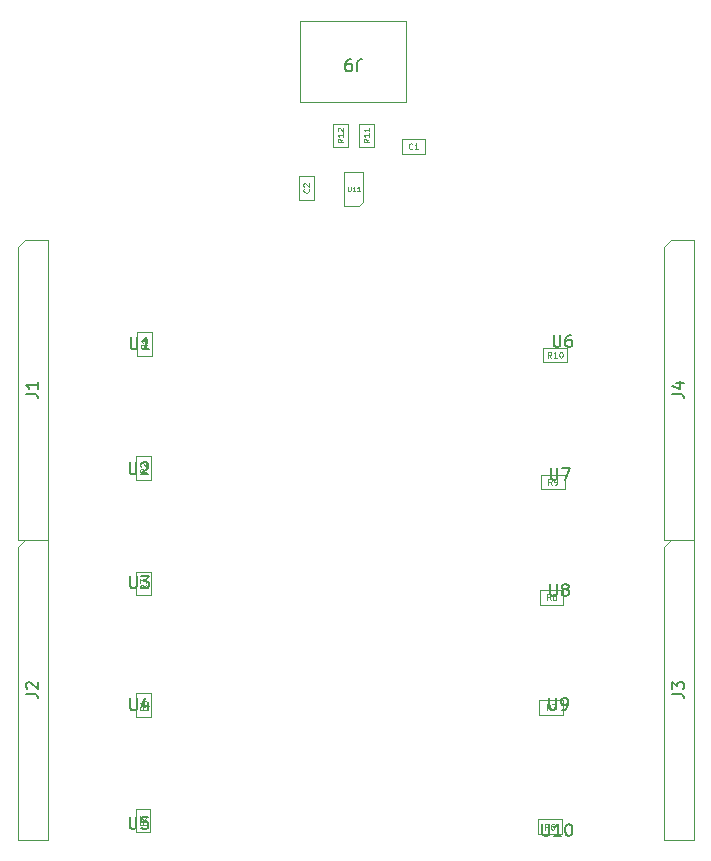
<source format=gbr>
G04 #@! TF.GenerationSoftware,KiCad,Pcbnew,8.0.1*
G04 #@! TF.CreationDate,2025-01-27T18:08:07-06:00*
G04 #@! TF.ProjectId,level-shifter,6c657665-6c2d-4736-9869-667465722e6b,rev?*
G04 #@! TF.SameCoordinates,Original*
G04 #@! TF.FileFunction,AssemblyDrawing,Top*
%FSLAX46Y46*%
G04 Gerber Fmt 4.6, Leading zero omitted, Abs format (unit mm)*
G04 Created by KiCad (PCBNEW 8.0.1) date 2025-01-27 18:08:07*
%MOMM*%
%LPD*%
G01*
G04 APERTURE LIST*
%ADD10C,0.150000*%
%ADD11C,0.080000*%
%ADD12C,0.060000*%
%ADD13C,0.100000*%
G04 APERTURE END LIST*
D10*
X174854819Y-103238333D02*
X175569104Y-103238333D01*
X175569104Y-103238333D02*
X175711961Y-103285952D01*
X175711961Y-103285952D02*
X175807200Y-103381190D01*
X175807200Y-103381190D02*
X175854819Y-103524047D01*
X175854819Y-103524047D02*
X175854819Y-103619285D01*
X174854819Y-102857380D02*
X174854819Y-102238333D01*
X174854819Y-102238333D02*
X175235771Y-102571666D01*
X175235771Y-102571666D02*
X175235771Y-102428809D01*
X175235771Y-102428809D02*
X175283390Y-102333571D01*
X175283390Y-102333571D02*
X175331009Y-102285952D01*
X175331009Y-102285952D02*
X175426247Y-102238333D01*
X175426247Y-102238333D02*
X175664342Y-102238333D01*
X175664342Y-102238333D02*
X175759580Y-102285952D01*
X175759580Y-102285952D02*
X175807200Y-102333571D01*
X175807200Y-102333571D02*
X175854819Y-102428809D01*
X175854819Y-102428809D02*
X175854819Y-102714523D01*
X175854819Y-102714523D02*
X175807200Y-102809761D01*
X175807200Y-102809761D02*
X175759580Y-102857380D01*
D11*
X130327149Y-84183333D02*
X130089054Y-84349999D01*
X130327149Y-84469047D02*
X129827149Y-84469047D01*
X129827149Y-84469047D02*
X129827149Y-84278571D01*
X129827149Y-84278571D02*
X129850959Y-84230952D01*
X129850959Y-84230952D02*
X129874768Y-84207142D01*
X129874768Y-84207142D02*
X129922387Y-84183333D01*
X129922387Y-84183333D02*
X129993816Y-84183333D01*
X129993816Y-84183333D02*
X130041435Y-84207142D01*
X130041435Y-84207142D02*
X130065244Y-84230952D01*
X130065244Y-84230952D02*
X130089054Y-84278571D01*
X130089054Y-84278571D02*
X130089054Y-84469047D01*
X129874768Y-83992856D02*
X129850959Y-83969047D01*
X129850959Y-83969047D02*
X129827149Y-83921428D01*
X129827149Y-83921428D02*
X129827149Y-83802380D01*
X129827149Y-83802380D02*
X129850959Y-83754761D01*
X129850959Y-83754761D02*
X129874768Y-83730952D01*
X129874768Y-83730952D02*
X129922387Y-83707142D01*
X129922387Y-83707142D02*
X129970006Y-83707142D01*
X129970006Y-83707142D02*
X130041435Y-83730952D01*
X130041435Y-83730952D02*
X130327149Y-84016666D01*
X130327149Y-84016666D02*
X130327149Y-83707142D01*
D10*
X128981695Y-103620019D02*
X128981695Y-104429542D01*
X128981695Y-104429542D02*
X129029314Y-104524780D01*
X129029314Y-104524780D02*
X129076933Y-104572400D01*
X129076933Y-104572400D02*
X129172171Y-104620019D01*
X129172171Y-104620019D02*
X129362647Y-104620019D01*
X129362647Y-104620019D02*
X129457885Y-104572400D01*
X129457885Y-104572400D02*
X129505504Y-104524780D01*
X129505504Y-104524780D02*
X129553123Y-104429542D01*
X129553123Y-104429542D02*
X129553123Y-103620019D01*
X130457885Y-103953352D02*
X130457885Y-104620019D01*
X130219790Y-103572400D02*
X129981695Y-104286685D01*
X129981695Y-104286685D02*
X130600742Y-104286685D01*
D11*
X164666666Y-85527149D02*
X164500000Y-85289054D01*
X164380952Y-85527149D02*
X164380952Y-85027149D01*
X164380952Y-85027149D02*
X164571428Y-85027149D01*
X164571428Y-85027149D02*
X164619047Y-85050959D01*
X164619047Y-85050959D02*
X164642857Y-85074768D01*
X164642857Y-85074768D02*
X164666666Y-85122387D01*
X164666666Y-85122387D02*
X164666666Y-85193816D01*
X164666666Y-85193816D02*
X164642857Y-85241435D01*
X164642857Y-85241435D02*
X164619047Y-85265244D01*
X164619047Y-85265244D02*
X164571428Y-85289054D01*
X164571428Y-85289054D02*
X164380952Y-85289054D01*
X164904762Y-85527149D02*
X165000000Y-85527149D01*
X165000000Y-85527149D02*
X165047619Y-85503340D01*
X165047619Y-85503340D02*
X165071428Y-85479530D01*
X165071428Y-85479530D02*
X165119047Y-85408101D01*
X165119047Y-85408101D02*
X165142857Y-85312863D01*
X165142857Y-85312863D02*
X165142857Y-85122387D01*
X165142857Y-85122387D02*
X165119047Y-85074768D01*
X165119047Y-85074768D02*
X165095238Y-85050959D01*
X165095238Y-85050959D02*
X165047619Y-85027149D01*
X165047619Y-85027149D02*
X164952381Y-85027149D01*
X164952381Y-85027149D02*
X164904762Y-85050959D01*
X164904762Y-85050959D02*
X164880952Y-85074768D01*
X164880952Y-85074768D02*
X164857143Y-85122387D01*
X164857143Y-85122387D02*
X164857143Y-85241435D01*
X164857143Y-85241435D02*
X164880952Y-85289054D01*
X164880952Y-85289054D02*
X164904762Y-85312863D01*
X164904762Y-85312863D02*
X164952381Y-85336673D01*
X164952381Y-85336673D02*
X165047619Y-85336673D01*
X165047619Y-85336673D02*
X165095238Y-85312863D01*
X165095238Y-85312863D02*
X165119047Y-85289054D01*
X165119047Y-85289054D02*
X165142857Y-85241435D01*
D10*
X174854819Y-77838333D02*
X175569104Y-77838333D01*
X175569104Y-77838333D02*
X175711961Y-77885952D01*
X175711961Y-77885952D02*
X175807200Y-77981190D01*
X175807200Y-77981190D02*
X175854819Y-78124047D01*
X175854819Y-78124047D02*
X175854819Y-78219285D01*
X175188152Y-76933571D02*
X175854819Y-76933571D01*
X174807200Y-77171666D02*
X175521485Y-77409761D01*
X175521485Y-77409761D02*
X175521485Y-76790714D01*
X164815895Y-72863819D02*
X164815895Y-73673342D01*
X164815895Y-73673342D02*
X164863514Y-73768580D01*
X164863514Y-73768580D02*
X164911133Y-73816200D01*
X164911133Y-73816200D02*
X165006371Y-73863819D01*
X165006371Y-73863819D02*
X165196847Y-73863819D01*
X165196847Y-73863819D02*
X165292085Y-73816200D01*
X165292085Y-73816200D02*
X165339704Y-73768580D01*
X165339704Y-73768580D02*
X165387323Y-73673342D01*
X165387323Y-73673342D02*
X165387323Y-72863819D01*
X166292085Y-72863819D02*
X166101609Y-72863819D01*
X166101609Y-72863819D02*
X166006371Y-72911438D01*
X166006371Y-72911438D02*
X165958752Y-72959057D01*
X165958752Y-72959057D02*
X165863514Y-73101914D01*
X165863514Y-73101914D02*
X165815895Y-73292390D01*
X165815895Y-73292390D02*
X165815895Y-73673342D01*
X165815895Y-73673342D02*
X165863514Y-73768580D01*
X165863514Y-73768580D02*
X165911133Y-73816200D01*
X165911133Y-73816200D02*
X166006371Y-73863819D01*
X166006371Y-73863819D02*
X166196847Y-73863819D01*
X166196847Y-73863819D02*
X166292085Y-73816200D01*
X166292085Y-73816200D02*
X166339704Y-73768580D01*
X166339704Y-73768580D02*
X166387323Y-73673342D01*
X166387323Y-73673342D02*
X166387323Y-73435247D01*
X166387323Y-73435247D02*
X166339704Y-73340009D01*
X166339704Y-73340009D02*
X166292085Y-73292390D01*
X166292085Y-73292390D02*
X166196847Y-73244771D01*
X166196847Y-73244771D02*
X166006371Y-73244771D01*
X166006371Y-73244771D02*
X165911133Y-73292390D01*
X165911133Y-73292390D02*
X165863514Y-73340009D01*
X165863514Y-73340009D02*
X165815895Y-73435247D01*
D11*
X164516666Y-104627149D02*
X164350000Y-104389054D01*
X164230952Y-104627149D02*
X164230952Y-104127149D01*
X164230952Y-104127149D02*
X164421428Y-104127149D01*
X164421428Y-104127149D02*
X164469047Y-104150959D01*
X164469047Y-104150959D02*
X164492857Y-104174768D01*
X164492857Y-104174768D02*
X164516666Y-104222387D01*
X164516666Y-104222387D02*
X164516666Y-104293816D01*
X164516666Y-104293816D02*
X164492857Y-104341435D01*
X164492857Y-104341435D02*
X164469047Y-104365244D01*
X164469047Y-104365244D02*
X164421428Y-104389054D01*
X164421428Y-104389054D02*
X164230952Y-104389054D01*
X164683333Y-104127149D02*
X165016666Y-104127149D01*
X165016666Y-104127149D02*
X164802381Y-104627149D01*
X144079530Y-60483333D02*
X144103340Y-60507142D01*
X144103340Y-60507142D02*
X144127149Y-60578571D01*
X144127149Y-60578571D02*
X144127149Y-60626190D01*
X144127149Y-60626190D02*
X144103340Y-60697618D01*
X144103340Y-60697618D02*
X144055720Y-60745237D01*
X144055720Y-60745237D02*
X144008101Y-60769047D01*
X144008101Y-60769047D02*
X143912863Y-60792856D01*
X143912863Y-60792856D02*
X143841435Y-60792856D01*
X143841435Y-60792856D02*
X143746197Y-60769047D01*
X143746197Y-60769047D02*
X143698578Y-60745237D01*
X143698578Y-60745237D02*
X143650959Y-60697618D01*
X143650959Y-60697618D02*
X143627149Y-60626190D01*
X143627149Y-60626190D02*
X143627149Y-60578571D01*
X143627149Y-60578571D02*
X143650959Y-60507142D01*
X143650959Y-60507142D02*
X143674768Y-60483333D01*
X143674768Y-60292856D02*
X143650959Y-60269047D01*
X143650959Y-60269047D02*
X143627149Y-60221428D01*
X143627149Y-60221428D02*
X143627149Y-60102380D01*
X143627149Y-60102380D02*
X143650959Y-60054761D01*
X143650959Y-60054761D02*
X143674768Y-60030952D01*
X143674768Y-60030952D02*
X143722387Y-60007142D01*
X143722387Y-60007142D02*
X143770006Y-60007142D01*
X143770006Y-60007142D02*
X143841435Y-60030952D01*
X143841435Y-60030952D02*
X144127149Y-60316666D01*
X144127149Y-60316666D02*
X144127149Y-60007142D01*
D12*
X147404762Y-60294427D02*
X147404762Y-60618237D01*
X147404762Y-60618237D02*
X147423809Y-60656332D01*
X147423809Y-60656332D02*
X147442857Y-60675380D01*
X147442857Y-60675380D02*
X147480952Y-60694427D01*
X147480952Y-60694427D02*
X147557143Y-60694427D01*
X147557143Y-60694427D02*
X147595238Y-60675380D01*
X147595238Y-60675380D02*
X147614285Y-60656332D01*
X147614285Y-60656332D02*
X147633333Y-60618237D01*
X147633333Y-60618237D02*
X147633333Y-60294427D01*
X148033333Y-60694427D02*
X147804762Y-60694427D01*
X147919048Y-60694427D02*
X147919048Y-60294427D01*
X147919048Y-60294427D02*
X147880952Y-60351570D01*
X147880952Y-60351570D02*
X147842857Y-60389665D01*
X147842857Y-60389665D02*
X147804762Y-60408713D01*
X148414285Y-60694427D02*
X148185714Y-60694427D01*
X148300000Y-60694427D02*
X148300000Y-60294427D01*
X148300000Y-60294427D02*
X148261904Y-60351570D01*
X148261904Y-60351570D02*
X148223809Y-60389665D01*
X148223809Y-60389665D02*
X148185714Y-60408713D01*
D10*
X120154819Y-77838333D02*
X120869104Y-77838333D01*
X120869104Y-77838333D02*
X121011961Y-77885952D01*
X121011961Y-77885952D02*
X121107200Y-77981190D01*
X121107200Y-77981190D02*
X121154819Y-78124047D01*
X121154819Y-78124047D02*
X121154819Y-78219285D01*
X121154819Y-76838333D02*
X121154819Y-77409761D01*
X121154819Y-77124047D02*
X120154819Y-77124047D01*
X120154819Y-77124047D02*
X120297676Y-77219285D01*
X120297676Y-77219285D02*
X120392914Y-77314523D01*
X120392914Y-77314523D02*
X120440533Y-77409761D01*
X164462445Y-103601019D02*
X164462445Y-104410542D01*
X164462445Y-104410542D02*
X164510064Y-104505780D01*
X164510064Y-104505780D02*
X164557683Y-104553400D01*
X164557683Y-104553400D02*
X164652921Y-104601019D01*
X164652921Y-104601019D02*
X164843397Y-104601019D01*
X164843397Y-104601019D02*
X164938635Y-104553400D01*
X164938635Y-104553400D02*
X164986254Y-104505780D01*
X164986254Y-104505780D02*
X165033873Y-104410542D01*
X165033873Y-104410542D02*
X165033873Y-103601019D01*
X165557683Y-104601019D02*
X165748159Y-104601019D01*
X165748159Y-104601019D02*
X165843397Y-104553400D01*
X165843397Y-104553400D02*
X165891016Y-104505780D01*
X165891016Y-104505780D02*
X165986254Y-104362923D01*
X165986254Y-104362923D02*
X166033873Y-104172447D01*
X166033873Y-104172447D02*
X166033873Y-103791495D01*
X166033873Y-103791495D02*
X165986254Y-103696257D01*
X165986254Y-103696257D02*
X165938635Y-103648638D01*
X165938635Y-103648638D02*
X165843397Y-103601019D01*
X165843397Y-103601019D02*
X165652921Y-103601019D01*
X165652921Y-103601019D02*
X165557683Y-103648638D01*
X165557683Y-103648638D02*
X165510064Y-103696257D01*
X165510064Y-103696257D02*
X165462445Y-103791495D01*
X165462445Y-103791495D02*
X165462445Y-104029590D01*
X165462445Y-104029590D02*
X165510064Y-104124828D01*
X165510064Y-104124828D02*
X165557683Y-104172447D01*
X165557683Y-104172447D02*
X165652921Y-104220066D01*
X165652921Y-104220066D02*
X165843397Y-104220066D01*
X165843397Y-104220066D02*
X165938635Y-104172447D01*
X165938635Y-104172447D02*
X165986254Y-104124828D01*
X165986254Y-104124828D02*
X166033873Y-104029590D01*
D11*
X164628571Y-74777149D02*
X164461905Y-74539054D01*
X164342857Y-74777149D02*
X164342857Y-74277149D01*
X164342857Y-74277149D02*
X164533333Y-74277149D01*
X164533333Y-74277149D02*
X164580952Y-74300959D01*
X164580952Y-74300959D02*
X164604762Y-74324768D01*
X164604762Y-74324768D02*
X164628571Y-74372387D01*
X164628571Y-74372387D02*
X164628571Y-74443816D01*
X164628571Y-74443816D02*
X164604762Y-74491435D01*
X164604762Y-74491435D02*
X164580952Y-74515244D01*
X164580952Y-74515244D02*
X164533333Y-74539054D01*
X164533333Y-74539054D02*
X164342857Y-74539054D01*
X165104762Y-74777149D02*
X164819048Y-74777149D01*
X164961905Y-74777149D02*
X164961905Y-74277149D01*
X164961905Y-74277149D02*
X164914286Y-74348578D01*
X164914286Y-74348578D02*
X164866667Y-74396197D01*
X164866667Y-74396197D02*
X164819048Y-74420006D01*
X165414285Y-74277149D02*
X165461904Y-74277149D01*
X165461904Y-74277149D02*
X165509523Y-74300959D01*
X165509523Y-74300959D02*
X165533333Y-74324768D01*
X165533333Y-74324768D02*
X165557142Y-74372387D01*
X165557142Y-74372387D02*
X165580952Y-74467625D01*
X165580952Y-74467625D02*
X165580952Y-74586673D01*
X165580952Y-74586673D02*
X165557142Y-74681911D01*
X165557142Y-74681911D02*
X165533333Y-74729530D01*
X165533333Y-74729530D02*
X165509523Y-74753340D01*
X165509523Y-74753340D02*
X165461904Y-74777149D01*
X165461904Y-74777149D02*
X165414285Y-74777149D01*
X165414285Y-74777149D02*
X165366666Y-74753340D01*
X165366666Y-74753340D02*
X165342857Y-74729530D01*
X165342857Y-74729530D02*
X165319047Y-74681911D01*
X165319047Y-74681911D02*
X165295238Y-74586673D01*
X165295238Y-74586673D02*
X165295238Y-74467625D01*
X165295238Y-74467625D02*
X165319047Y-74372387D01*
X165319047Y-74372387D02*
X165342857Y-74324768D01*
X165342857Y-74324768D02*
X165366666Y-74300959D01*
X165366666Y-74300959D02*
X165414285Y-74277149D01*
X149227149Y-56271428D02*
X148989054Y-56438094D01*
X149227149Y-56557142D02*
X148727149Y-56557142D01*
X148727149Y-56557142D02*
X148727149Y-56366666D01*
X148727149Y-56366666D02*
X148750959Y-56319047D01*
X148750959Y-56319047D02*
X148774768Y-56295237D01*
X148774768Y-56295237D02*
X148822387Y-56271428D01*
X148822387Y-56271428D02*
X148893816Y-56271428D01*
X148893816Y-56271428D02*
X148941435Y-56295237D01*
X148941435Y-56295237D02*
X148965244Y-56319047D01*
X148965244Y-56319047D02*
X148989054Y-56366666D01*
X148989054Y-56366666D02*
X148989054Y-56557142D01*
X149227149Y-55795237D02*
X149227149Y-56080951D01*
X149227149Y-55938094D02*
X148727149Y-55938094D01*
X148727149Y-55938094D02*
X148798578Y-55985713D01*
X148798578Y-55985713D02*
X148846197Y-56033332D01*
X148846197Y-56033332D02*
X148870006Y-56080951D01*
X149227149Y-55319047D02*
X149227149Y-55604761D01*
X149227149Y-55461904D02*
X148727149Y-55461904D01*
X148727149Y-55461904D02*
X148798578Y-55509523D01*
X148798578Y-55509523D02*
X148846197Y-55557142D01*
X148846197Y-55557142D02*
X148870006Y-55604761D01*
D10*
X164562445Y-84101019D02*
X164562445Y-84910542D01*
X164562445Y-84910542D02*
X164610064Y-85005780D01*
X164610064Y-85005780D02*
X164657683Y-85053400D01*
X164657683Y-85053400D02*
X164752921Y-85101019D01*
X164752921Y-85101019D02*
X164943397Y-85101019D01*
X164943397Y-85101019D02*
X165038635Y-85053400D01*
X165038635Y-85053400D02*
X165086254Y-85005780D01*
X165086254Y-85005780D02*
X165133873Y-84910542D01*
X165133873Y-84910542D02*
X165133873Y-84101019D01*
X165514826Y-84101019D02*
X166181492Y-84101019D01*
X166181492Y-84101019D02*
X165752921Y-85101019D01*
X164512445Y-93951019D02*
X164512445Y-94760542D01*
X164512445Y-94760542D02*
X164560064Y-94855780D01*
X164560064Y-94855780D02*
X164607683Y-94903400D01*
X164607683Y-94903400D02*
X164702921Y-94951019D01*
X164702921Y-94951019D02*
X164893397Y-94951019D01*
X164893397Y-94951019D02*
X164988635Y-94903400D01*
X164988635Y-94903400D02*
X165036254Y-94855780D01*
X165036254Y-94855780D02*
X165083873Y-94760542D01*
X165083873Y-94760542D02*
X165083873Y-93951019D01*
X165702921Y-94379590D02*
X165607683Y-94331971D01*
X165607683Y-94331971D02*
X165560064Y-94284352D01*
X165560064Y-94284352D02*
X165512445Y-94189114D01*
X165512445Y-94189114D02*
X165512445Y-94141495D01*
X165512445Y-94141495D02*
X165560064Y-94046257D01*
X165560064Y-94046257D02*
X165607683Y-93998638D01*
X165607683Y-93998638D02*
X165702921Y-93951019D01*
X165702921Y-93951019D02*
X165893397Y-93951019D01*
X165893397Y-93951019D02*
X165988635Y-93998638D01*
X165988635Y-93998638D02*
X166036254Y-94046257D01*
X166036254Y-94046257D02*
X166083873Y-94141495D01*
X166083873Y-94141495D02*
X166083873Y-94189114D01*
X166083873Y-94189114D02*
X166036254Y-94284352D01*
X166036254Y-94284352D02*
X165988635Y-94331971D01*
X165988635Y-94331971D02*
X165893397Y-94379590D01*
X165893397Y-94379590D02*
X165702921Y-94379590D01*
X165702921Y-94379590D02*
X165607683Y-94427209D01*
X165607683Y-94427209D02*
X165560064Y-94474828D01*
X165560064Y-94474828D02*
X165512445Y-94570066D01*
X165512445Y-94570066D02*
X165512445Y-94760542D01*
X165512445Y-94760542D02*
X165560064Y-94855780D01*
X165560064Y-94855780D02*
X165607683Y-94903400D01*
X165607683Y-94903400D02*
X165702921Y-94951019D01*
X165702921Y-94951019D02*
X165893397Y-94951019D01*
X165893397Y-94951019D02*
X165988635Y-94903400D01*
X165988635Y-94903400D02*
X166036254Y-94855780D01*
X166036254Y-94855780D02*
X166083873Y-94760542D01*
X166083873Y-94760542D02*
X166083873Y-94570066D01*
X166083873Y-94570066D02*
X166036254Y-94474828D01*
X166036254Y-94474828D02*
X165988635Y-94427209D01*
X165988635Y-94427209D02*
X165893397Y-94379590D01*
D11*
X130327149Y-104283333D02*
X130089054Y-104449999D01*
X130327149Y-104569047D02*
X129827149Y-104569047D01*
X129827149Y-104569047D02*
X129827149Y-104378571D01*
X129827149Y-104378571D02*
X129850959Y-104330952D01*
X129850959Y-104330952D02*
X129874768Y-104307142D01*
X129874768Y-104307142D02*
X129922387Y-104283333D01*
X129922387Y-104283333D02*
X129993816Y-104283333D01*
X129993816Y-104283333D02*
X130041435Y-104307142D01*
X130041435Y-104307142D02*
X130065244Y-104330952D01*
X130065244Y-104330952D02*
X130089054Y-104378571D01*
X130089054Y-104378571D02*
X130089054Y-104569047D01*
X129993816Y-103854761D02*
X130327149Y-103854761D01*
X129803340Y-103973809D02*
X130160482Y-104092856D01*
X130160482Y-104092856D02*
X130160482Y-103783333D01*
D10*
X128962445Y-93301019D02*
X128962445Y-94110542D01*
X128962445Y-94110542D02*
X129010064Y-94205780D01*
X129010064Y-94205780D02*
X129057683Y-94253400D01*
X129057683Y-94253400D02*
X129152921Y-94301019D01*
X129152921Y-94301019D02*
X129343397Y-94301019D01*
X129343397Y-94301019D02*
X129438635Y-94253400D01*
X129438635Y-94253400D02*
X129486254Y-94205780D01*
X129486254Y-94205780D02*
X129533873Y-94110542D01*
X129533873Y-94110542D02*
X129533873Y-93301019D01*
X129914826Y-93301019D02*
X130533873Y-93301019D01*
X130533873Y-93301019D02*
X130200540Y-93681971D01*
X130200540Y-93681971D02*
X130343397Y-93681971D01*
X130343397Y-93681971D02*
X130438635Y-93729590D01*
X130438635Y-93729590D02*
X130486254Y-93777209D01*
X130486254Y-93777209D02*
X130533873Y-93872447D01*
X130533873Y-93872447D02*
X130533873Y-94110542D01*
X130533873Y-94110542D02*
X130486254Y-94205780D01*
X130486254Y-94205780D02*
X130438635Y-94253400D01*
X130438635Y-94253400D02*
X130343397Y-94301019D01*
X130343397Y-94301019D02*
X130057683Y-94301019D01*
X130057683Y-94301019D02*
X129962445Y-94253400D01*
X129962445Y-94253400D02*
X129914826Y-94205780D01*
X128912445Y-113651019D02*
X128912445Y-114460542D01*
X128912445Y-114460542D02*
X128960064Y-114555780D01*
X128960064Y-114555780D02*
X129007683Y-114603400D01*
X129007683Y-114603400D02*
X129102921Y-114651019D01*
X129102921Y-114651019D02*
X129293397Y-114651019D01*
X129293397Y-114651019D02*
X129388635Y-114603400D01*
X129388635Y-114603400D02*
X129436254Y-114555780D01*
X129436254Y-114555780D02*
X129483873Y-114460542D01*
X129483873Y-114460542D02*
X129483873Y-113651019D01*
X130436254Y-113651019D02*
X129960064Y-113651019D01*
X129960064Y-113651019D02*
X129912445Y-114127209D01*
X129912445Y-114127209D02*
X129960064Y-114079590D01*
X129960064Y-114079590D02*
X130055302Y-114031971D01*
X130055302Y-114031971D02*
X130293397Y-114031971D01*
X130293397Y-114031971D02*
X130388635Y-114079590D01*
X130388635Y-114079590D02*
X130436254Y-114127209D01*
X130436254Y-114127209D02*
X130483873Y-114222447D01*
X130483873Y-114222447D02*
X130483873Y-114460542D01*
X130483873Y-114460542D02*
X130436254Y-114555780D01*
X130436254Y-114555780D02*
X130388635Y-114603400D01*
X130388635Y-114603400D02*
X130293397Y-114651019D01*
X130293397Y-114651019D02*
X130055302Y-114651019D01*
X130055302Y-114651019D02*
X129960064Y-114603400D01*
X129960064Y-114603400D02*
X129912445Y-114555780D01*
X148183333Y-50520180D02*
X148183333Y-49805895D01*
X148183333Y-49805895D02*
X148230952Y-49663038D01*
X148230952Y-49663038D02*
X148326190Y-49567800D01*
X148326190Y-49567800D02*
X148469047Y-49520180D01*
X148469047Y-49520180D02*
X148564285Y-49520180D01*
X147659523Y-49520180D02*
X147469047Y-49520180D01*
X147469047Y-49520180D02*
X147373809Y-49567800D01*
X147373809Y-49567800D02*
X147326190Y-49615419D01*
X147326190Y-49615419D02*
X147230952Y-49758276D01*
X147230952Y-49758276D02*
X147183333Y-49948752D01*
X147183333Y-49948752D02*
X147183333Y-50329704D01*
X147183333Y-50329704D02*
X147230952Y-50424942D01*
X147230952Y-50424942D02*
X147278571Y-50472561D01*
X147278571Y-50472561D02*
X147373809Y-50520180D01*
X147373809Y-50520180D02*
X147564285Y-50520180D01*
X147564285Y-50520180D02*
X147659523Y-50472561D01*
X147659523Y-50472561D02*
X147707142Y-50424942D01*
X147707142Y-50424942D02*
X147754761Y-50329704D01*
X147754761Y-50329704D02*
X147754761Y-50091609D01*
X147754761Y-50091609D02*
X147707142Y-49996371D01*
X147707142Y-49996371D02*
X147659523Y-49948752D01*
X147659523Y-49948752D02*
X147564285Y-49901133D01*
X147564285Y-49901133D02*
X147373809Y-49901133D01*
X147373809Y-49901133D02*
X147278571Y-49948752D01*
X147278571Y-49948752D02*
X147230952Y-49996371D01*
X147230952Y-49996371D02*
X147183333Y-50091609D01*
D11*
X130277149Y-114033333D02*
X130039054Y-114199999D01*
X130277149Y-114319047D02*
X129777149Y-114319047D01*
X129777149Y-114319047D02*
X129777149Y-114128571D01*
X129777149Y-114128571D02*
X129800959Y-114080952D01*
X129800959Y-114080952D02*
X129824768Y-114057142D01*
X129824768Y-114057142D02*
X129872387Y-114033333D01*
X129872387Y-114033333D02*
X129943816Y-114033333D01*
X129943816Y-114033333D02*
X129991435Y-114057142D01*
X129991435Y-114057142D02*
X130015244Y-114080952D01*
X130015244Y-114080952D02*
X130039054Y-114128571D01*
X130039054Y-114128571D02*
X130039054Y-114319047D01*
X129777149Y-113580952D02*
X129777149Y-113819047D01*
X129777149Y-113819047D02*
X130015244Y-113842856D01*
X130015244Y-113842856D02*
X129991435Y-113819047D01*
X129991435Y-113819047D02*
X129967625Y-113771428D01*
X129967625Y-113771428D02*
X129967625Y-113652380D01*
X129967625Y-113652380D02*
X129991435Y-113604761D01*
X129991435Y-113604761D02*
X130015244Y-113580952D01*
X130015244Y-113580952D02*
X130062863Y-113557142D01*
X130062863Y-113557142D02*
X130181911Y-113557142D01*
X130181911Y-113557142D02*
X130229530Y-113580952D01*
X130229530Y-113580952D02*
X130253340Y-113604761D01*
X130253340Y-113604761D02*
X130277149Y-113652380D01*
X130277149Y-113652380D02*
X130277149Y-113771428D01*
X130277149Y-113771428D02*
X130253340Y-113819047D01*
X130253340Y-113819047D02*
X130229530Y-113842856D01*
X152866666Y-57079530D02*
X152842857Y-57103340D01*
X152842857Y-57103340D02*
X152771428Y-57127149D01*
X152771428Y-57127149D02*
X152723809Y-57127149D01*
X152723809Y-57127149D02*
X152652381Y-57103340D01*
X152652381Y-57103340D02*
X152604762Y-57055720D01*
X152604762Y-57055720D02*
X152580952Y-57008101D01*
X152580952Y-57008101D02*
X152557143Y-56912863D01*
X152557143Y-56912863D02*
X152557143Y-56841435D01*
X152557143Y-56841435D02*
X152580952Y-56746197D01*
X152580952Y-56746197D02*
X152604762Y-56698578D01*
X152604762Y-56698578D02*
X152652381Y-56650959D01*
X152652381Y-56650959D02*
X152723809Y-56627149D01*
X152723809Y-56627149D02*
X152771428Y-56627149D01*
X152771428Y-56627149D02*
X152842857Y-56650959D01*
X152842857Y-56650959D02*
X152866666Y-56674768D01*
X153342857Y-57127149D02*
X153057143Y-57127149D01*
X153200000Y-57127149D02*
X153200000Y-56627149D01*
X153200000Y-56627149D02*
X153152381Y-56698578D01*
X153152381Y-56698578D02*
X153104762Y-56746197D01*
X153104762Y-56746197D02*
X153057143Y-56770006D01*
X130327149Y-93983333D02*
X130089054Y-94149999D01*
X130327149Y-94269047D02*
X129827149Y-94269047D01*
X129827149Y-94269047D02*
X129827149Y-94078571D01*
X129827149Y-94078571D02*
X129850959Y-94030952D01*
X129850959Y-94030952D02*
X129874768Y-94007142D01*
X129874768Y-94007142D02*
X129922387Y-93983333D01*
X129922387Y-93983333D02*
X129993816Y-93983333D01*
X129993816Y-93983333D02*
X130041435Y-94007142D01*
X130041435Y-94007142D02*
X130065244Y-94030952D01*
X130065244Y-94030952D02*
X130089054Y-94078571D01*
X130089054Y-94078571D02*
X130089054Y-94269047D01*
X129827149Y-93816666D02*
X129827149Y-93507142D01*
X129827149Y-93507142D02*
X130017625Y-93673809D01*
X130017625Y-93673809D02*
X130017625Y-93602380D01*
X130017625Y-93602380D02*
X130041435Y-93554761D01*
X130041435Y-93554761D02*
X130065244Y-93530952D01*
X130065244Y-93530952D02*
X130112863Y-93507142D01*
X130112863Y-93507142D02*
X130231911Y-93507142D01*
X130231911Y-93507142D02*
X130279530Y-93530952D01*
X130279530Y-93530952D02*
X130303340Y-93554761D01*
X130303340Y-93554761D02*
X130327149Y-93602380D01*
X130327149Y-93602380D02*
X130327149Y-93745237D01*
X130327149Y-93745237D02*
X130303340Y-93792856D01*
X130303340Y-93792856D02*
X130279530Y-93816666D01*
D10*
X163861905Y-114254819D02*
X163861905Y-115064342D01*
X163861905Y-115064342D02*
X163909524Y-115159580D01*
X163909524Y-115159580D02*
X163957143Y-115207200D01*
X163957143Y-115207200D02*
X164052381Y-115254819D01*
X164052381Y-115254819D02*
X164242857Y-115254819D01*
X164242857Y-115254819D02*
X164338095Y-115207200D01*
X164338095Y-115207200D02*
X164385714Y-115159580D01*
X164385714Y-115159580D02*
X164433333Y-115064342D01*
X164433333Y-115064342D02*
X164433333Y-114254819D01*
X165433333Y-115254819D02*
X164861905Y-115254819D01*
X165147619Y-115254819D02*
X165147619Y-114254819D01*
X165147619Y-114254819D02*
X165052381Y-114397676D01*
X165052381Y-114397676D02*
X164957143Y-114492914D01*
X164957143Y-114492914D02*
X164861905Y-114540533D01*
X166052381Y-114254819D02*
X166147619Y-114254819D01*
X166147619Y-114254819D02*
X166242857Y-114302438D01*
X166242857Y-114302438D02*
X166290476Y-114350057D01*
X166290476Y-114350057D02*
X166338095Y-114445295D01*
X166338095Y-114445295D02*
X166385714Y-114635771D01*
X166385714Y-114635771D02*
X166385714Y-114873866D01*
X166385714Y-114873866D02*
X166338095Y-115064342D01*
X166338095Y-115064342D02*
X166290476Y-115159580D01*
X166290476Y-115159580D02*
X166242857Y-115207200D01*
X166242857Y-115207200D02*
X166147619Y-115254819D01*
X166147619Y-115254819D02*
X166052381Y-115254819D01*
X166052381Y-115254819D02*
X165957143Y-115207200D01*
X165957143Y-115207200D02*
X165909524Y-115159580D01*
X165909524Y-115159580D02*
X165861905Y-115064342D01*
X165861905Y-115064342D02*
X165814286Y-114873866D01*
X165814286Y-114873866D02*
X165814286Y-114635771D01*
X165814286Y-114635771D02*
X165861905Y-114445295D01*
X165861905Y-114445295D02*
X165909524Y-114350057D01*
X165909524Y-114350057D02*
X165957143Y-114302438D01*
X165957143Y-114302438D02*
X166052381Y-114254819D01*
X129012445Y-73051019D02*
X129012445Y-73860542D01*
X129012445Y-73860542D02*
X129060064Y-73955780D01*
X129060064Y-73955780D02*
X129107683Y-74003400D01*
X129107683Y-74003400D02*
X129202921Y-74051019D01*
X129202921Y-74051019D02*
X129393397Y-74051019D01*
X129393397Y-74051019D02*
X129488635Y-74003400D01*
X129488635Y-74003400D02*
X129536254Y-73955780D01*
X129536254Y-73955780D02*
X129583873Y-73860542D01*
X129583873Y-73860542D02*
X129583873Y-73051019D01*
X130583873Y-74051019D02*
X130012445Y-74051019D01*
X130298159Y-74051019D02*
X130298159Y-73051019D01*
X130298159Y-73051019D02*
X130202921Y-73193876D01*
X130202921Y-73193876D02*
X130107683Y-73289114D01*
X130107683Y-73289114D02*
X130012445Y-73336733D01*
X128912445Y-83651019D02*
X128912445Y-84460542D01*
X128912445Y-84460542D02*
X128960064Y-84555780D01*
X128960064Y-84555780D02*
X129007683Y-84603400D01*
X129007683Y-84603400D02*
X129102921Y-84651019D01*
X129102921Y-84651019D02*
X129293397Y-84651019D01*
X129293397Y-84651019D02*
X129388635Y-84603400D01*
X129388635Y-84603400D02*
X129436254Y-84555780D01*
X129436254Y-84555780D02*
X129483873Y-84460542D01*
X129483873Y-84460542D02*
X129483873Y-83651019D01*
X129912445Y-83746257D02*
X129960064Y-83698638D01*
X129960064Y-83698638D02*
X130055302Y-83651019D01*
X130055302Y-83651019D02*
X130293397Y-83651019D01*
X130293397Y-83651019D02*
X130388635Y-83698638D01*
X130388635Y-83698638D02*
X130436254Y-83746257D01*
X130436254Y-83746257D02*
X130483873Y-83841495D01*
X130483873Y-83841495D02*
X130483873Y-83936733D01*
X130483873Y-83936733D02*
X130436254Y-84079590D01*
X130436254Y-84079590D02*
X129864826Y-84651019D01*
X129864826Y-84651019D02*
X130483873Y-84651019D01*
D11*
X130377149Y-73683333D02*
X130139054Y-73849999D01*
X130377149Y-73969047D02*
X129877149Y-73969047D01*
X129877149Y-73969047D02*
X129877149Y-73778571D01*
X129877149Y-73778571D02*
X129900959Y-73730952D01*
X129900959Y-73730952D02*
X129924768Y-73707142D01*
X129924768Y-73707142D02*
X129972387Y-73683333D01*
X129972387Y-73683333D02*
X130043816Y-73683333D01*
X130043816Y-73683333D02*
X130091435Y-73707142D01*
X130091435Y-73707142D02*
X130115244Y-73730952D01*
X130115244Y-73730952D02*
X130139054Y-73778571D01*
X130139054Y-73778571D02*
X130139054Y-73969047D01*
X130377149Y-73207142D02*
X130377149Y-73492856D01*
X130377149Y-73349999D02*
X129877149Y-73349999D01*
X129877149Y-73349999D02*
X129948578Y-73397618D01*
X129948578Y-73397618D02*
X129996197Y-73445237D01*
X129996197Y-73445237D02*
X130020006Y-73492856D01*
X164416666Y-114727149D02*
X164250000Y-114489054D01*
X164130952Y-114727149D02*
X164130952Y-114227149D01*
X164130952Y-114227149D02*
X164321428Y-114227149D01*
X164321428Y-114227149D02*
X164369047Y-114250959D01*
X164369047Y-114250959D02*
X164392857Y-114274768D01*
X164392857Y-114274768D02*
X164416666Y-114322387D01*
X164416666Y-114322387D02*
X164416666Y-114393816D01*
X164416666Y-114393816D02*
X164392857Y-114441435D01*
X164392857Y-114441435D02*
X164369047Y-114465244D01*
X164369047Y-114465244D02*
X164321428Y-114489054D01*
X164321428Y-114489054D02*
X164130952Y-114489054D01*
X164845238Y-114227149D02*
X164750000Y-114227149D01*
X164750000Y-114227149D02*
X164702381Y-114250959D01*
X164702381Y-114250959D02*
X164678571Y-114274768D01*
X164678571Y-114274768D02*
X164630952Y-114346197D01*
X164630952Y-114346197D02*
X164607143Y-114441435D01*
X164607143Y-114441435D02*
X164607143Y-114631911D01*
X164607143Y-114631911D02*
X164630952Y-114679530D01*
X164630952Y-114679530D02*
X164654762Y-114703340D01*
X164654762Y-114703340D02*
X164702381Y-114727149D01*
X164702381Y-114727149D02*
X164797619Y-114727149D01*
X164797619Y-114727149D02*
X164845238Y-114703340D01*
X164845238Y-114703340D02*
X164869047Y-114679530D01*
X164869047Y-114679530D02*
X164892857Y-114631911D01*
X164892857Y-114631911D02*
X164892857Y-114512863D01*
X164892857Y-114512863D02*
X164869047Y-114465244D01*
X164869047Y-114465244D02*
X164845238Y-114441435D01*
X164845238Y-114441435D02*
X164797619Y-114417625D01*
X164797619Y-114417625D02*
X164702381Y-114417625D01*
X164702381Y-114417625D02*
X164654762Y-114441435D01*
X164654762Y-114441435D02*
X164630952Y-114465244D01*
X164630952Y-114465244D02*
X164607143Y-114512863D01*
D10*
X120154819Y-103238333D02*
X120869104Y-103238333D01*
X120869104Y-103238333D02*
X121011961Y-103285952D01*
X121011961Y-103285952D02*
X121107200Y-103381190D01*
X121107200Y-103381190D02*
X121154819Y-103524047D01*
X121154819Y-103524047D02*
X121154819Y-103619285D01*
X120250057Y-102809761D02*
X120202438Y-102762142D01*
X120202438Y-102762142D02*
X120154819Y-102666904D01*
X120154819Y-102666904D02*
X120154819Y-102428809D01*
X120154819Y-102428809D02*
X120202438Y-102333571D01*
X120202438Y-102333571D02*
X120250057Y-102285952D01*
X120250057Y-102285952D02*
X120345295Y-102238333D01*
X120345295Y-102238333D02*
X120440533Y-102238333D01*
X120440533Y-102238333D02*
X120583390Y-102285952D01*
X120583390Y-102285952D02*
X121154819Y-102857380D01*
X121154819Y-102857380D02*
X121154819Y-102238333D01*
D11*
X147027149Y-56271428D02*
X146789054Y-56438094D01*
X147027149Y-56557142D02*
X146527149Y-56557142D01*
X146527149Y-56557142D02*
X146527149Y-56366666D01*
X146527149Y-56366666D02*
X146550959Y-56319047D01*
X146550959Y-56319047D02*
X146574768Y-56295237D01*
X146574768Y-56295237D02*
X146622387Y-56271428D01*
X146622387Y-56271428D02*
X146693816Y-56271428D01*
X146693816Y-56271428D02*
X146741435Y-56295237D01*
X146741435Y-56295237D02*
X146765244Y-56319047D01*
X146765244Y-56319047D02*
X146789054Y-56366666D01*
X146789054Y-56366666D02*
X146789054Y-56557142D01*
X147027149Y-55795237D02*
X147027149Y-56080951D01*
X147027149Y-55938094D02*
X146527149Y-55938094D01*
X146527149Y-55938094D02*
X146598578Y-55985713D01*
X146598578Y-55985713D02*
X146646197Y-56033332D01*
X146646197Y-56033332D02*
X146670006Y-56080951D01*
X146574768Y-55604761D02*
X146550959Y-55580952D01*
X146550959Y-55580952D02*
X146527149Y-55533333D01*
X146527149Y-55533333D02*
X146527149Y-55414285D01*
X146527149Y-55414285D02*
X146550959Y-55366666D01*
X146550959Y-55366666D02*
X146574768Y-55342857D01*
X146574768Y-55342857D02*
X146622387Y-55319047D01*
X146622387Y-55319047D02*
X146670006Y-55319047D01*
X146670006Y-55319047D02*
X146741435Y-55342857D01*
X146741435Y-55342857D02*
X147027149Y-55628571D01*
X147027149Y-55628571D02*
X147027149Y-55319047D01*
X164566666Y-95277149D02*
X164400000Y-95039054D01*
X164280952Y-95277149D02*
X164280952Y-94777149D01*
X164280952Y-94777149D02*
X164471428Y-94777149D01*
X164471428Y-94777149D02*
X164519047Y-94800959D01*
X164519047Y-94800959D02*
X164542857Y-94824768D01*
X164542857Y-94824768D02*
X164566666Y-94872387D01*
X164566666Y-94872387D02*
X164566666Y-94943816D01*
X164566666Y-94943816D02*
X164542857Y-94991435D01*
X164542857Y-94991435D02*
X164519047Y-95015244D01*
X164519047Y-95015244D02*
X164471428Y-95039054D01*
X164471428Y-95039054D02*
X164280952Y-95039054D01*
X164852381Y-94991435D02*
X164804762Y-94967625D01*
X164804762Y-94967625D02*
X164780952Y-94943816D01*
X164780952Y-94943816D02*
X164757143Y-94896197D01*
X164757143Y-94896197D02*
X164757143Y-94872387D01*
X164757143Y-94872387D02*
X164780952Y-94824768D01*
X164780952Y-94824768D02*
X164804762Y-94800959D01*
X164804762Y-94800959D02*
X164852381Y-94777149D01*
X164852381Y-94777149D02*
X164947619Y-94777149D01*
X164947619Y-94777149D02*
X164995238Y-94800959D01*
X164995238Y-94800959D02*
X165019047Y-94824768D01*
X165019047Y-94824768D02*
X165042857Y-94872387D01*
X165042857Y-94872387D02*
X165042857Y-94896197D01*
X165042857Y-94896197D02*
X165019047Y-94943816D01*
X165019047Y-94943816D02*
X164995238Y-94967625D01*
X164995238Y-94967625D02*
X164947619Y-94991435D01*
X164947619Y-94991435D02*
X164852381Y-94991435D01*
X164852381Y-94991435D02*
X164804762Y-95015244D01*
X164804762Y-95015244D02*
X164780952Y-95039054D01*
X164780952Y-95039054D02*
X164757143Y-95086673D01*
X164757143Y-95086673D02*
X164757143Y-95181911D01*
X164757143Y-95181911D02*
X164780952Y-95229530D01*
X164780952Y-95229530D02*
X164804762Y-95253340D01*
X164804762Y-95253340D02*
X164852381Y-95277149D01*
X164852381Y-95277149D02*
X164947619Y-95277149D01*
X164947619Y-95277149D02*
X164995238Y-95253340D01*
X164995238Y-95253340D02*
X165019047Y-95229530D01*
X165019047Y-95229530D02*
X165042857Y-95181911D01*
X165042857Y-95181911D02*
X165042857Y-95086673D01*
X165042857Y-95086673D02*
X165019047Y-95039054D01*
X165019047Y-95039054D02*
X164995238Y-95015244D01*
X164995238Y-95015244D02*
X164947619Y-94991435D01*
D13*
X174130000Y-90840000D02*
X174765000Y-90205000D01*
X174130000Y-115605000D02*
X174130000Y-90840000D01*
X174765000Y-90205000D02*
X176670000Y-90205000D01*
X176670000Y-90205000D02*
X176670000Y-115605000D01*
X176670000Y-115605000D02*
X174130000Y-115605000D01*
X129475000Y-83100000D02*
X130725000Y-83100000D01*
X129475000Y-85100000D02*
X129475000Y-83100000D01*
X130725000Y-83100000D02*
X130725000Y-85100000D01*
X130725000Y-85100000D02*
X129475000Y-85100000D01*
X163750000Y-84675000D02*
X165750000Y-84675000D01*
X163750000Y-85925000D02*
X163750000Y-84675000D01*
X165750000Y-84675000D02*
X165750000Y-85925000D01*
X165750000Y-85925000D02*
X163750000Y-85925000D01*
X174130000Y-65440000D02*
X174765000Y-64805000D01*
X174130000Y-90205000D02*
X174130000Y-65440000D01*
X174765000Y-64805000D02*
X176670000Y-64805000D01*
X176670000Y-64805000D02*
X176670000Y-90205000D01*
X176670000Y-90205000D02*
X174130000Y-90205000D01*
X163600000Y-103775000D02*
X165600000Y-103775000D01*
X163600000Y-105025000D02*
X163600000Y-103775000D01*
X165600000Y-103775000D02*
X165600000Y-105025000D01*
X165600000Y-105025000D02*
X163600000Y-105025000D01*
X143275000Y-59400000D02*
X144525000Y-59400000D01*
X143275000Y-61400000D02*
X143275000Y-59400000D01*
X144525000Y-59400000D02*
X144525000Y-61400000D01*
X144525000Y-61400000D02*
X143275000Y-61400000D01*
X147100000Y-59062500D02*
X148700000Y-59062500D01*
X147100000Y-61962500D02*
X147100000Y-59062500D01*
X148300000Y-61962500D02*
X147100000Y-61962500D01*
X148700000Y-59062500D02*
X148700000Y-61562500D01*
X148700000Y-61562500D02*
X148300000Y-61962500D01*
X119430000Y-65440000D02*
X120065000Y-64805000D01*
X119430000Y-90205000D02*
X119430000Y-65440000D01*
X120065000Y-64805000D02*
X121970000Y-64805000D01*
X121970000Y-64805000D02*
X121970000Y-90205000D01*
X121970000Y-90205000D02*
X119430000Y-90205000D01*
X163950000Y-73925000D02*
X165950000Y-73925000D01*
X163950000Y-75175000D02*
X163950000Y-73925000D01*
X165950000Y-73925000D02*
X165950000Y-75175000D01*
X165950000Y-75175000D02*
X163950000Y-75175000D01*
X148375000Y-54950000D02*
X149625000Y-54950000D01*
X148375000Y-56950000D02*
X148375000Y-54950000D01*
X149625000Y-54950000D02*
X149625000Y-56950000D01*
X149625000Y-56950000D02*
X148375000Y-56950000D01*
X129475000Y-103200000D02*
X130725000Y-103200000D01*
X129475000Y-105200000D02*
X129475000Y-103200000D01*
X130725000Y-103200000D02*
X130725000Y-105200000D01*
X130725000Y-105200000D02*
X129475000Y-105200000D01*
X152320000Y-53100000D02*
X143380000Y-53100000D01*
X143380000Y-46300000D01*
X152320000Y-46300000D01*
X152320000Y-53100000D01*
X129425000Y-112950000D02*
X130675000Y-112950000D01*
X129425000Y-114950000D02*
X129425000Y-112950000D01*
X130675000Y-112950000D02*
X130675000Y-114950000D01*
X130675000Y-114950000D02*
X129425000Y-114950000D01*
X151950000Y-56275000D02*
X153950000Y-56275000D01*
X151950000Y-57525000D02*
X151950000Y-56275000D01*
X153950000Y-56275000D02*
X153950000Y-57525000D01*
X153950000Y-57525000D02*
X151950000Y-57525000D01*
X129475000Y-92900000D02*
X130725000Y-92900000D01*
X129475000Y-94900000D02*
X129475000Y-92900000D01*
X130725000Y-92900000D02*
X130725000Y-94900000D01*
X130725000Y-94900000D02*
X129475000Y-94900000D01*
X129525000Y-72600000D02*
X130775000Y-72600000D01*
X129525000Y-74600000D02*
X129525000Y-72600000D01*
X130775000Y-72600000D02*
X130775000Y-74600000D01*
X130775000Y-74600000D02*
X129525000Y-74600000D01*
X163500000Y-113875000D02*
X165500000Y-113875000D01*
X163500000Y-115125000D02*
X163500000Y-113875000D01*
X165500000Y-113875000D02*
X165500000Y-115125000D01*
X165500000Y-115125000D02*
X163500000Y-115125000D01*
X119430000Y-90840000D02*
X120065000Y-90205000D01*
X119430000Y-115605000D02*
X119430000Y-90840000D01*
X120065000Y-90205000D02*
X121970000Y-90205000D01*
X121970000Y-90205000D02*
X121970000Y-115605000D01*
X121970000Y-115605000D02*
X119430000Y-115605000D01*
X146175000Y-54950000D02*
X147425000Y-54950000D01*
X146175000Y-56950000D02*
X146175000Y-54950000D01*
X147425000Y-54950000D02*
X147425000Y-56950000D01*
X147425000Y-56950000D02*
X146175000Y-56950000D01*
X163650000Y-94425000D02*
X165650000Y-94425000D01*
X163650000Y-95675000D02*
X163650000Y-94425000D01*
X165650000Y-94425000D02*
X165650000Y-95675000D01*
X165650000Y-95675000D02*
X163650000Y-95675000D01*
M02*

</source>
